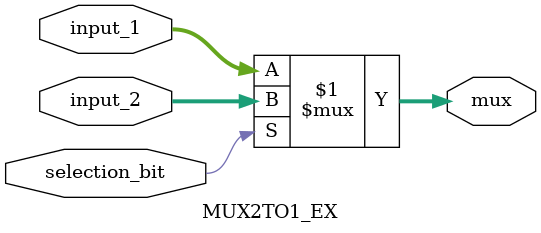
<source format=v>
`timescale 1ns / 1ps

module MUX2TO1_EX (
    input  wire [4:0]  input_1,
    input  wire [4:0]  input_2,
    input  wire        selection_bit,
    output wire [4:0]  mux
);

  assign mux = (selection_bit) ? input_2 : input_1;
endmodule
</source>
